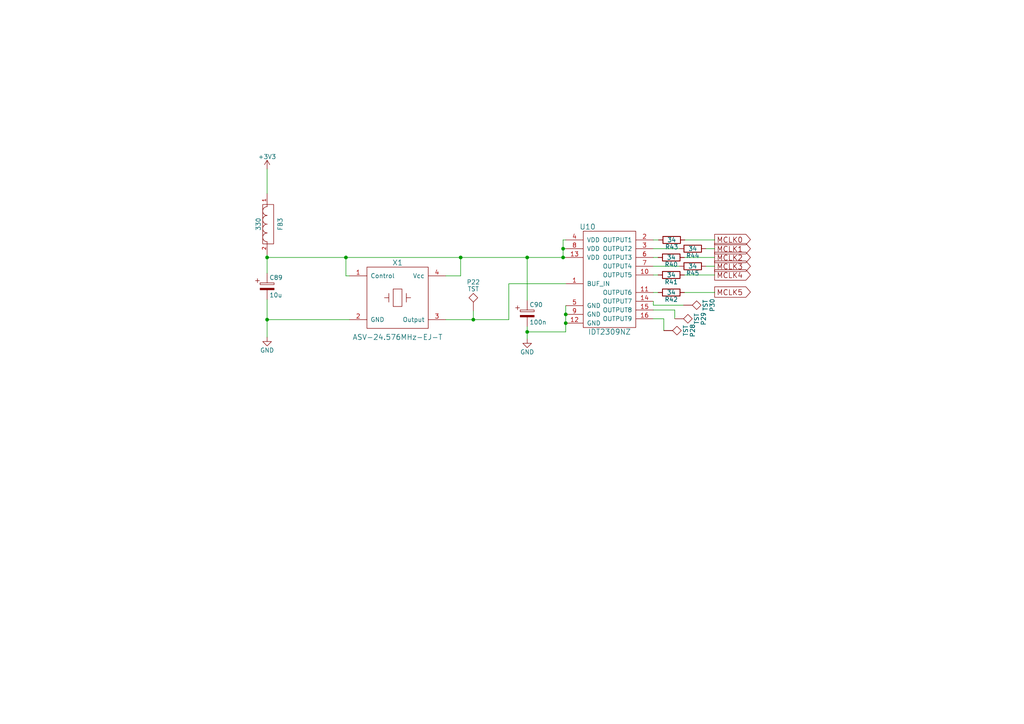
<source format=kicad_sch>
(kicad_sch (version 20231120) (generator "eeschema") (generator_version "8.0")
  (paper "A4")
  (title_block (title "freeDSP-AiO") (date "2018-08-09") (rev "V1.0") (company "TUD") (comment 1 "Friedrich, Hoffmann, Kaiser, Schindler") (comment 2 "Hauptseminar Kommunikationsnetze"))
  (lib_symbols
    (symbol "MyLibrary:C" (pin_numbers hide) (pin_names (offset 0.254))
      (property "Reference" "C" (at 0.635 2.54 0))
      (property "Value" "C" (at 0.635 -2.54 0))
      (symbol "C_0_0"
        (text "+" (at -2.794 1.778 0) (effects (font (size 1.524 1.524))))
      )
      (symbol "C_0_1"
        (rectangle (start -2.032 -0.508) (end 2.032 -1.016) (fill (type outline)))
        (rectangle (start -2.032 1.016) (end 2.032 0.508))
      )
      (symbol "C_1_1"
        (pin passive line (at 0 3.81 270) (length 2.794) (name "~") (number "1"))
        (pin passive line (at 0 -3.81 90) (length 2.794) (name "~") (number "2"))
      )
    )
    (symbol "fdsp_oscillator_new:Crystal_Oszillator" (pin_names (offset 1.016))
      (property "Reference" "X" (at 0 11.43 0))
      (property "Value" "Crystal_Oszillator" (at 0 -11.43 0))
      (symbol "Crystal_Oszillator_0_1"
        (rectangle (start -8.89 8.89) (end 8.89 -8.89))
        (rectangle (start -2.54 0) (end -3.81 0))
        (rectangle (start -2.54 1.27) (end -2.54 -1.27))
        (rectangle (start -1.27 2.54) (end 1.27 -2.54))
        (rectangle (start 2.54 0) (end 3.81 0))
        (rectangle (start 2.54 1.27) (end 2.54 -1.27))
      )
      (symbol "Crystal_Oszillator_1_1"
        (pin input line (at -13.97 6.35 0) (length 5.08) (name "Control") (number "1"))
        (pin input line (at -13.97 -6.35 0) (length 5.08) (name "GND") (number "2"))
        (pin output line (at 13.97 -6.35 180) (length 5.08) (name "Output") (number "3"))
        (pin input line (at 13.97 6.35 180) (length 5.08) (name "Vcc") (number "4"))
      )
    )
    (symbol "smd_aio-lib:IDT2309NZ" (pin_names (offset 1.016))
      (property "Reference" "U" (at -5.08 11.43 0))
      (property "Value" "IDT2309NZ" (at 1.27 -19.05 0))
      (symbol "IDT2309NZ_0_1"
        (rectangle (start -6.35 10.16) (end 8.89 -17.78))
      )
      (symbol "IDT2309NZ_1_1"
        (pin input line (at -11.43 -5.08 0) (length 5.08) (name "BUF_IN") (number "1"))
        (pin output line (at 13.97 -2.54 180) (length 5.08) (name "OUTPUT5") (number "10"))
        (pin output line (at 13.97 -7.62 180) (length 5.08) (name "OUTPUT6") (number "11"))
        (pin input line (at -11.43 -16.51 0) (length 5.08) (name "GND") (number "12"))
        (pin input line (at -11.43 2.54 0) (length 5.08) (name "VDD") (number "13"))
        (pin output line (at 13.97 -10.16 180) (length 5.08) (name "OUTPUT7") (number "14"))
        (pin output line (at 13.97 -12.7 180) (length 5.08) (name "OUTPUT8") (number "15"))
        (pin output line (at 13.97 -15.24 180) (length 5.08) (name "OUTPUT9") (number "16"))
        (pin output line (at 13.97 7.62 180) (length 5.08) (name "OUTPUT1") (number "2"))
        (pin output line (at 13.97 5.08 180) (length 5.08) (name "OUTPUT2") (number "3"))
        (pin input line (at -11.43 7.62 0) (length 5.08) (name "VDD") (number "4"))
        (pin input line (at -11.43 -11.43 0) (length 5.08) (name "GND") (number "5"))
        (pin output line (at 13.97 2.54 180) (length 5.08) (name "OUTPUT3") (number "6"))
        (pin output line (at 13.97 0 180) (length 5.08) (name "OUTPUT4") (number "7"))
        (pin input line (at -11.43 5.08 0) (length 5.08) (name "VDD") (number "8"))
        (pin input line (at -11.43 -13.97 0) (length 5.08) (name "GND") (number "9"))
      )
    )
    (symbol "smd_aio-rescue:+3V3" (power) (pin_names (offset 0))
      (property "Value" "+3V3" (at 0 3.556 0))
      (symbol "+3V3_0_1"
        (polyline (pts (xy -0.762 1.27) (xy 0 2.54)))
        (polyline (pts (xy 0 0) (xy 0 2.54)))
        (polyline (pts (xy 0 2.54) (xy 0.762 1.27)))
      )
      (symbol "+3V3_1_1"
        (pin power_in line (at 0 0 90) (length 0) hide (name "+3V3") (number "1"))
      )
    )
    (symbol "smd_aio-rescue:FILTER" (pin_names (offset 1.016) hide)
      (property "Reference" "FB" (at 0 3.81 0))
      (property "Value" "FILTER" (at 0 -2.54 0))
      (symbol "FILTER_0_1"
        (rectangle (start -5.715 1.905) (end 5.715 -1.27))
        (arc (start -5.08 0) (mid -3.81 -1.2645) (end -2.54 0))
        (arc (start -2.54 0) (mid -1.27 -1.2645) (end 0 0))
        (arc (start 0 0) (mid 0 0) (end 0 0))
        (arc (start 0 0) (mid 1.27 -1.2645) (end 2.54 0))
        (arc (start 2.54 0) (mid 3.81 -1.2645) (end 5.08 0))
      )
      (symbol "FILTER_1_1"
        (pin passive line (at -8.89 0 0) (length 3.81) (name "1") (number "1"))
        (pin passive line (at 8.89 0 180) (length 3.81) (name "2") (number "2"))
      )
    )
    (symbol "smd_aio-rescue:GND" (power) (pin_names (offset 0))
      (property "Value" "GND" (at 0 -3.81 0))
      (symbol "GND_0_1"
        (polyline (pts (xy 0 0) (xy 0 -1.27) (xy 1.27 -1.27) (xy 0 -2.54) (xy -1.27 -1.27) (xy 0 -1.27)))
      )
      (symbol "GND_1_1"
        (pin power_in line (at 0 0 270) (length 0) hide (name "GND") (number "1"))
      )
    )
    (symbol "smd_aio-rescue:R" (pin_numbers hide) (pin_names (offset 0))
      (property "Reference" "R" (at 2.032 0 90))
      (property "Value" "R" (at 0 0 90))
      (symbol "R_0_1"
        (rectangle (start -1.016 -2.54) (end 1.016 2.54) (stroke (width 0.254)))
      )
      (symbol "R_1_1"
        (pin passive line (at 0 3.81 270) (length 1.27) (name "~") (number "1"))
        (pin passive line (at 0 -3.81 90) (length 1.27) (name "~") (number "2"))
      )
    )
    (symbol "smd_aio-rescue:TST" (pin_numbers hide) (pin_names (offset 1.016) hide)
      (property "Reference" "P" (at 0 7.62 0))
      (property "Value" "TST" (at 0 6.35 0))
      (symbol "TST_0_1"
        (polyline (pts (xy 0 5.08) (xy -1.27 3.81) (xy 0 2.54) (xy 1.27 3.81) (xy 0 5.08) (xy 0 5.08)))
      )
      (symbol "TST_1_1"
        (pin passive line (at 0 0 90) (length 2.54) (name "~") (number "1"))
      )
    )
  )
  (junction (at 164.084 91.186))
  (junction (at 164.084 93.726))
  (junction (at 163.322 72.136))
  (junction (at 77.47 74.676))
  (junction (at 152.908 74.676))
  (junction (at 133.604 74.676))
  (junction (at 137.287 92.71))
  (junction (at 163.322 74.676))
  (junction (at 152.908 96.266))
  (junction (at 77.47 92.71))
  (junction (at 100.33 74.676))
  (wire (pts (xy 163.322 72.136) (xy 164.084 72.136)))
  (wire (pts (xy 198.501 84.836) (xy 207.264 84.836)))
  (wire (pts (xy 164.084 93.726) (xy 164.084 96.266)))
  (wire (pts (xy 129.286 80.01) (xy 133.604 80.01)))
  (wire (pts (xy 189.484 88.519) (xy 198.247 88.519)))
  (wire (pts (xy 189.484 87.376) (xy 189.484 88.519)))
  (wire (pts (xy 100.33 74.676) (xy 133.604 74.676)))
  (wire (pts (xy 204.724 72.136) (xy 207.264 72.136)))
  (wire (pts (xy 137.287 90.17) (xy 137.287 92.71)))
  (wire (pts (xy 152.908 87.122) (xy 152.908 74.676)))
  (wire (pts (xy 129.286 92.71) (xy 137.287 92.71)))
  (wire (pts (xy 198.628 69.596) (xy 207.264 69.596)))
  (wire (pts (xy 198.501 79.756) (xy 207.264 79.756)))
  (wire (pts (xy 189.484 69.596) (xy 191.008 69.596)))
  (wire (pts (xy 163.322 74.676) (xy 164.084 74.676)))
  (wire (pts (xy 164.084 88.646) (xy 164.084 91.186)))
  (wire (pts (xy 164.084 96.266) (xy 152.908 96.266)))
  (wire (pts (xy 147.574 82.296) (xy 164.084 82.296)))
  (wire (pts (xy 133.604 80.01) (xy 133.604 74.676)))
  (wire (pts (xy 77.47 74.676) (xy 77.47 79.248)))
  (wire (pts (xy 189.484 79.756) (xy 190.881 79.756)))
  (wire (pts (xy 189.484 72.136) (xy 197.104 72.136)))
  (wire (pts (xy 207.264 84.836) (xy 207.264 84.709)))
  (wire (pts (xy 100.33 74.676) (xy 100.33 80.01)))
  (wire (pts (xy 100.33 80.01) (xy 101.346 80.01)))
  (wire (pts (xy 137.287 92.71) (xy 147.574 92.71)))
  (wire (pts (xy 189.484 89.916) (xy 195.707 89.916)))
  (wire (pts (xy 189.484 74.676) (xy 190.881 74.676)))
  (wire (pts (xy 147.574 92.71) (xy 147.574 82.296)))
  (wire (pts (xy 152.908 74.676) (xy 163.322 74.676)))
  (wire (pts (xy 192.532 92.456) (xy 192.532 95.885)))
  (wire (pts (xy 101.346 92.71) (xy 77.47 92.71)))
  (wire (pts (xy 164.084 91.186) (xy 164.084 93.726)))
  (wire (pts (xy 189.484 92.456) (xy 192.532 92.456)))
  (wire (pts (xy 189.484 84.836) (xy 190.881 84.836)))
  (wire (pts (xy 152.908 96.266) (xy 152.908 98.298)))
  (wire (pts (xy 207.264 69.596) (xy 207.264 69.469)))
  (wire (pts (xy 133.604 74.676) (xy 152.908 74.676)))
  (wire (pts (xy 77.47 86.868) (xy 77.47 92.71)))
  (wire (pts (xy 77.47 92.71) (xy 77.47 97.79)))
  (wire (pts (xy 195.707 89.916) (xy 195.707 92.456)))
  (wire (pts (xy 163.322 69.596) (xy 163.322 72.136)))
  (wire (pts (xy 77.47 73.914) (xy 77.47 74.676)))
  (wire (pts (xy 152.908 94.742) (xy 152.908 96.266)))
  (wire (pts (xy 189.484 77.216) (xy 197.104 77.216)))
  (wire (pts (xy 163.322 69.596) (xy 164.084 69.596)))
  (wire (pts (xy 77.47 49.022) (xy 77.47 56.134)))
  (wire (pts (xy 77.47 74.676) (xy 100.33 74.676)))
  (wire (pts (xy 204.724 77.216) (xy 207.264 77.216)))
  (wire (pts (xy 163.322 72.136) (xy 163.322 74.676)))
  (wire (pts (xy 198.501 74.676) (xy 207.264 74.676)))
  (global_label "MCLK4" (shape output) (at 207.264 79.756 0) (effects (font (size 1.524 1.524))) (property "Intersheetrefs" "${INTERSHEET_REFS}" (effects (hide yes))))
  (global_label "MCLK3" (shape output) (at 207.264 77.216 0) (effects (font (size 1.524 1.524))) (property "Intersheetrefs" "${INTERSHEET_REFS}" (effects (hide yes))))
  (global_label "MCLK1" (shape output) (at 207.264 72.136 0) (effects (font (size 1.524 1.524))) (property "Intersheetrefs" "${INTERSHEET_REFS}" (effects (hide yes))))
  (global_label "MCLK5" (shape output) (at 207.264 84.709 0) (effects (font (size 1.524 1.524))) (property "Intersheetrefs" "${INTERSHEET_REFS}" (effects (hide yes))))
  (global_label "MCLK2" (shape output) (at 207.264 74.676 0) (effects (font (size 1.524 1.524))) (property "Intersheetrefs" "${INTERSHEET_REFS}" (effects (hide yes))))
  (global_label "MCLK0" (shape output) (at 207.264 69.469 0) (effects (font (size 1.524 1.524))) (property "Intersheetrefs" "${INTERSHEET_REFS}" (effects (hide yes))))
  (symbol (lib_id "fdsp_oscillator_new:Crystal_Oszillator") (at 115.316 86.36 0) (unit 1)
    (property "Reference" "X1" (at 115.316 76.2 0) (effects (font (size 1.524 1.524))))
    (property "Value" "ASV-24.576MHz-EJ-T" (at 115.316 97.79 0) (effects (font (size 1.524 1.524))))
    (property "Footprint" "fdsp_crystal-oscillator_new:Oscillator_SMD_Abracon_ASV-4pin_7.0x5.1mm_HandSoldering" (effects (hide yes)))
  )
  (symbol (lib_id "smd_aio-rescue:FILTER") (at 77.47 65.024 270) (unit 1)
    (property "Reference" "FB3" (at 81.28 65.024 0))
    (property "Value" "330" (at 74.93 65.024 0))
    (property "Footprint" "fdsp_capacitor:C_0805_HandSoldering" (effects (hide yes)))
  )
  (symbol (lib_id "smd_aio-rescue:+3V3") (at 77.47 49.022 0) (unit 1)
    (property "Reference" "#PWR0141" (effects (hide yes)))
    (property "Value" "+3V3" (at 77.47 45.466 0))
  )
  (symbol (lib_id "MyLibrary:C") (at 77.47 83.058 0) (unit 1)
    (property "Reference" "C89" (at 78.105 80.518 0) (effects (justify left)))
    (property "Value" "10u" (at 78.105 85.598 0) (effects (justify left)))
    (property "Footprint" "fdsp_capacitor:C_1206_HandSoldering" (effects (hide yes)))
  )
  (symbol (lib_id "smd_aio-rescue:GND") (at 77.47 97.79 0) (unit 1)
    (property "Reference" "#PWR0142" (effects (hide yes)))
    (property "Value" "GND" (at 77.47 101.6 0))
  )
  (symbol (lib_id "MyLibrary:C") (at 152.908 90.932 0) (unit 1)
    (property "Reference" "C90" (at 153.543 88.392 0) (effects (justify left)))
    (property "Value" "100n" (at 153.543 93.472 0) (effects (justify left)))
    (property "Footprint" "fdsp_capacitor:C_1206_HandSoldering" (effects (hide yes)))
  )
  (symbol (lib_id "smd_aio-rescue:GND") (at 152.908 98.298 0) (unit 1)
    (property "Reference" "#PWR0143" (effects (hide yes)))
    (property "Value" "GND" (at 152.908 102.108 0))
  )
  (symbol (lib_id "smd_aio-lib:IDT2309NZ") (at 175.514 77.216 0) (unit 1)
    (property "Reference" "U10" (at 170.434 65.786 0) (effects (font (size 1.524 1.524))))
    (property "Value" "IDT2309NZ" (at 176.784 96.266 0) (effects (font (size 1.524 1.524))))
    (property "Footprint" "Library_clock:SOIC-16_3.9x9.9mm_Pitch1.27mm" (effects (hide yes)))
  )
  (symbol (lib_id "smd_aio-rescue:R") (at 200.914 77.216 270) (unit 1)
    (property "Reference" "R45" (at 200.914 79.248 90))
    (property "Value" "34" (at 200.914 77.216 90))
    (property "Footprint" "fdsp_resistor:R_1206_HandSoldering" (effects (hide yes)))
  )
  (symbol (lib_id "smd_aio-rescue:R") (at 194.691 74.676 270) (unit 1)
    (property "Reference" "R40" (at 194.691 76.708 90))
    (property "Value" "34" (at 194.691 74.676 90))
    (property "Footprint" "fdsp_resistor:R_1206_HandSoldering" (effects (hide yes)))
  )
  (symbol (lib_id "smd_aio-rescue:R") (at 200.914 72.136 270) (unit 1)
    (property "Reference" "R44" (at 200.914 74.168 90))
    (property "Value" "34" (at 200.914 72.136 90))
    (property "Footprint" "fdsp_resistor:R_1206_HandSoldering" (effects (hide yes)))
  )
  (symbol (lib_id "smd_aio-rescue:R") (at 194.818 69.596 270) (unit 1)
    (property "Reference" "R43" (at 194.818 71.628 90))
    (property "Value" "34" (at 194.818 69.596 90))
    (property "Footprint" "fdsp_resistor:R_1206_HandSoldering" (effects (hide yes)))
  )
  (symbol (lib_id "smd_aio-rescue:R") (at 194.691 79.756 270) (unit 1)
    (property "Reference" "R41" (at 194.691 81.788 90))
    (property "Value" "34" (at 194.691 79.756 90))
    (property "Footprint" "fdsp_resistor:R_1206_HandSoldering" (effects (hide yes)))
  )
  (symbol (lib_id "smd_aio-rescue:R") (at 194.691 84.836 270) (unit 1)
    (property "Reference" "R42" (at 194.691 86.868 90))
    (property "Value" "34" (at 194.691 84.836 90))
    (property "Footprint" "fdsp_resistor:R_1206_HandSoldering" (effects (hide yes)))
  )
  (symbol (lib_id "smd_aio-rescue:TST") (at 137.287 90.17 0) (unit 1)
    (property "Reference" "P22" (at 137.287 82.55 0) (effects (justify bottom)))
    (property "Value" "TST" (at 137.287 83.82 0))
    (property "Footprint" "fdsp_misc:Measurement_Point_Round-SMD-Pad_Small" (effects (hide yes)))
  )
  (symbol (lib_id "smd_aio-rescue:TST") (at 198.247 88.519 270) (unit 1)
    (property "Reference" "P30" (at 205.867 88.519 0) (effects (justify bottom)))
    (property "Value" "TST" (at 204.597 88.519 0))
    (property "Footprint" "fdsp_misc:Measurement_Point_Round-SMD-Pad_Small" (effects (hide yes)))
  )
  (symbol (lib_id "smd_aio-rescue:TST") (at 195.707 92.456 270) (unit 1)
    (property "Reference" "P29" (at 203.327 92.456 0) (effects (justify bottom)))
    (property "Value" "TST" (at 202.057 92.456 0))
    (property "Footprint" "fdsp_misc:Measurement_Point_Round-SMD-Pad_Small" (effects (hide yes)))
  )
  (symbol (lib_id "smd_aio-rescue:TST") (at 192.532 95.885 270) (unit 1)
    (property "Reference" "P28" (at 200.152 95.885 0) (effects (justify bottom)))
    (property "Value" "TST" (at 198.882 95.885 0))
    (property "Footprint" "fdsp_misc:Measurement_Point_Round-SMD-Pad_Small" (effects (hide yes)))
  )
)
</source>
